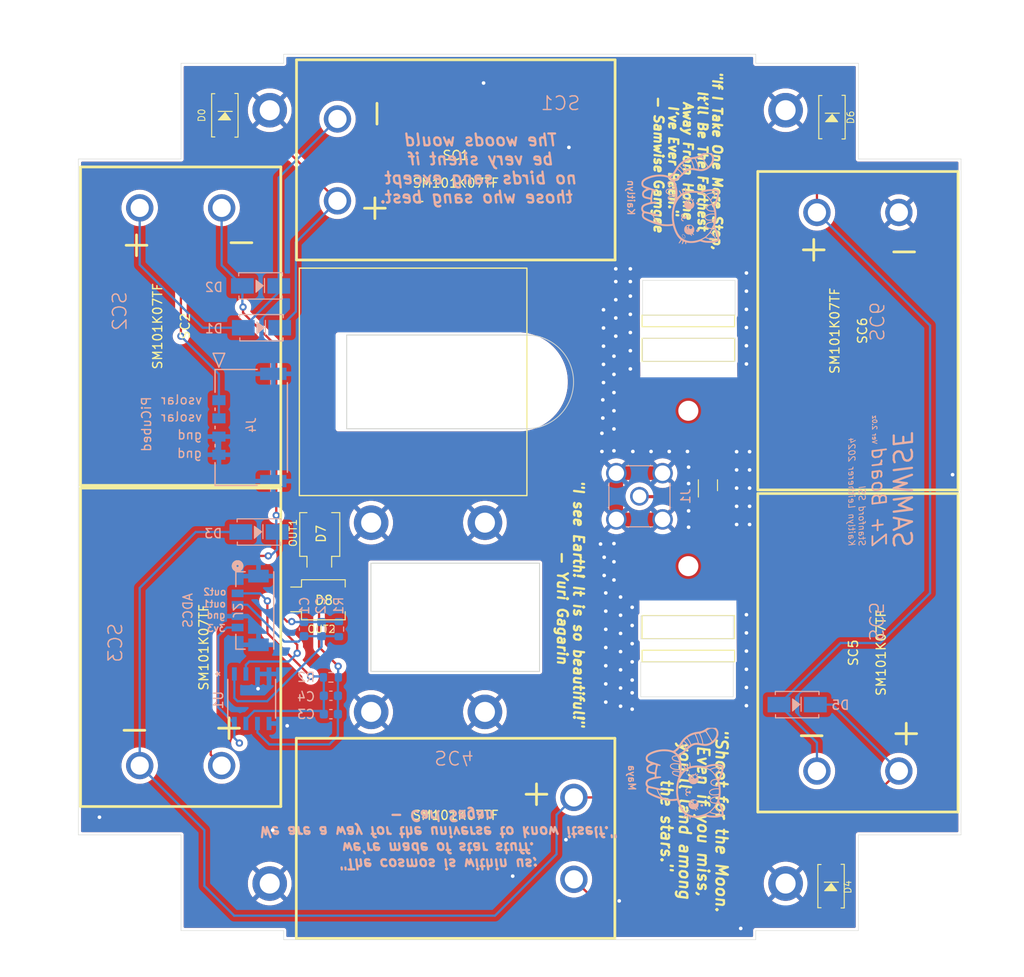
<source format=kicad_pcb>
(kicad_pcb (version 20241229) (generator "pcbnew") (generator_version "9.0")
  (title_block (title "Z+ Panel") (date "2025-04-07") (rev "2.3") (company "Stanford Student Space Initiative") (comment 1 "Kaitlyn Letherer"))
  (layers (0 "F.Cu" signal) (4 "In1.Cu" signal) (6 "In2.Cu" signal) (2 "B.Cu" signal) (13 "F.Paste" user) (15 "B.Paste" user) (5 "F.SilkS" user "F.Silkscreen") (7 "B.SilkS" user "B.Silkscreen") (1 "F.Mask" user) (3 "B.Mask" user) (25 "Edge.Cuts" user))
  (net 0 "")
  (net 1 "Net-(AE1-Pad1)")
  (net 2 "Net-(AE1-Pad2)")
  (net 3 "GND")
  (net 4 "VSOLAR")
  (net 5 "Net-(D1-A)")
  (net 6 "Net-(D2-A)")
  (net 7 "Net-(D3-A)")
  (net 8 "Net-(D4-A)")
  (net 9 "Net-(D5-A)")
  (net 11 "Net-(D0-A)")
  (net 12 "Net-(J1-In)")
  (net 13 "/OUT1")
  (net 14 "/Photodiodes and Op-Amp/IN1-")
  (net 15 "/OUT2")
  (net 16 "/Photodiodes and Op-Amp/IN2-")
  (net 17 "/3V3")
  (footprint "ssi_solarcell:SM101K07TF" (layer "F.Cu") (at 145.4 69.7 90)
    (property "Reference" "SC2")
    (property "Value" "SM101K07TF")
  )
  (footprint "MountingHole:MountingHole_2.2mm_M2_DIN965_Pad_TopBottom" (layer "F.Cu") (at 155.182 45.9656)
    (property "Reference" "H2" (hide yes))
    (property "Value" "~")
  )
  (footprint "ssi_solarcell:SM101K07TF" (layer "F.Cu") (at 175.6 126)
    (property "Reference" "SC4" (hide yes))
    (property "Value" "SM101K07TF")
  )
  (footprint "MountingHole:MountingHole_2.2mm_M2_DIN965_Pad_TopBottom" (layer "F.Cu") (at 166.325 112.1 90)
    (property "Reference" "H4" (hide yes))
    (property "Value" "~")
  )
  (footprint "MountingHole:MountingHole_2.2mm_M2_DIN965_Pad_TopBottom" (layer "F.Cu") (at 178.825 112.1)
    (property "Reference" "H8" (hide yes))
    (property "Value" "~")
  )
  (footprint "OptoDevice:Osram_SFH2430" (layer "F.Cu") (at 160.675 92.6 90)
    (property "Reference" "D7")
    (property "Value" "SFH2430" (hide yes))
  )
  (footprint "MountingHole:MountingHole_2.2mm_M2_DIN965_Pad_TopBottom" (layer "F.Cu") (at 178.825 91.3)
    (property "Reference" "H7" (hide yes))
    (property "Value" "~")
  )
  (footprint "MountingHole:MountingHole_2.2mm_M2_DIN965_Pad_TopBottom" (layer "F.Cu") (at 211.856 45.9656)
    (property "Reference" "H5" (hide yes))
    (property "Value" "~")
  )
  (footprint "ssi_diode:DO-214AC" (layer "F.Cu") (at 150.25 46.525 -90)
    (property "Reference" "D0")
    (property "Value" "CDBA240LL")
  )
  (footprint "ssi_solarcell:SM101K07TF" (layer "F.Cu") (at 175.625 51.425 180)
    (property "Reference" "SC1")
    (property "Value" "SM101K07TF")
  )
  (footprint "ssi_antenna:WPC.25A" (layer "F.Cu") (at 170.9375 75.825)
    (property "Reference" "AE2" (hide yes))
    (property "Value" "WPC.25A" (hide yes))
    (fp_line (start -7.3 -5.15) (end -7.3 5.15) (stroke (width 0.1)) (layer "Edge.Cuts"))
    (fp_line (start -7.3 -5.15) (end 12.475 -5.15) (stroke (width 0.1)) (layer "Edge.Cuts"))
    (fp_line (start -7.3 5.15) (end 12.475 5.15) (stroke (width 0.1)) (layer "Edge.Cuts"))
    (fp_arc (start 12.475 -5.15) (mid 17.627054 0) (end 12.475 5.15) (stroke (width 0.1)) (layer "Edge.Cuts"))
  )
  (footprint "ssi_solarcell:SM101K07TF" (layer "F.Cu") (at 219.8 70.2 90)
    (property "Reference" "SC6")
    (property "Value" "SM101K07TF")
  )
  (footprint "ssi_antenna:UHF_Dipole_Antenna_Mount" (layer "F.Cu") (at 199.9 87.54 90)
    (property "Reference" "AE1" (hide yes))
    (property "Value" "UHF_Dipole_Antenna")
  )
  (footprint "ssi_solarcell:SM101K07TF" (layer "F.Cu") (at 145.4 105 -90)
    (property "Reference" "SC3" (hide yes))
    (property "Value" "SM101K07TF")
  )
  (footprint "MountingHole:MountingHole_2.2mm_M2_DIN965_Pad_TopBottom" (layer "F.Cu") (at 211.856 130.9656)
    (property "Reference" "H6" (hide yes))
    (property "Value" "~")
  )
  (footprint "OptoDevice:Osram_SFH2430" (layer "F.Cu") (at 161.075 99.775)
    (property "Reference" "D8" (hide yes))
    (property "Value" "SFH2430" (hide yes))
  )
  (footprint "ssi_solarcell:SM101K07TF" (layer "F.Cu") (at 219.8 105.6 -90)
    (property "Reference" "SC5")
    (property "Value" "SM101K07TF")
  )
  (footprint "ssi_diode:DO-214AC" (layer "F.Cu") (at 216.95 46.725 -90)
    (property "Reference" "D6")
    (property "Value" "CDBA240LL")
  )
  (footprint "MountingHole:MountingHole_2.2mm_M2_DIN965_Pad_TopBottom" (layer "F.Cu") (at 155.182 130.9656)
    (property "Reference" "H1" (hide yes))
    (property "Value" "~")
  )
  (footprint "ssi_IC:HHM1589D1" (layer "F.Cu") (at 203.324 87.184 90)
    (property "Reference" "U2" (hide yes))
    (property "Value" "HHM1589D1")
  )
  (footprint "MountingHole:MountingHole_2.2mm_M2_DIN965_Pad_TopBottom" (layer "F.Cu") (at 166.325 91.3)
    (property "Reference" "H3" (hide yes))
    (property "Value" "~")
  )
  (footprint "ssi_diode:DO-214AC" (layer "F.Cu") (at 216.85 131.25 -90)
    (property "Reference" "D4")
    (property "Value" "CDBA240LL" (hide yes))
  )
  (footprint "ssi_diode:DO-214AC" (layer "B.Cu") (at 154.175 65.275 180)
    (property "Reference" "D2")
    (property "Value" "CDBA240LL")
  )
  (footprint "Capacitor_SMD:C_0603_1608Metric" (layer "B.Cu") (at 158.95 103 -90)
    (property "Reference" "C1")
    (property "Value" "1nF")
  )
  (footprint "ssi_IC:LTC2051IS8_PBF" (layer "B.Cu") (at 153.2 110.65 -90)
    (property "Reference" "U1")
    (property "Value" "LTC2051HS8")
  )
  (footprint "ssi_diode:DO-214AC" (layer "B.Cu") (at 154 92.325 180)
    (property "Reference" "D3")
    (property "Value" "CDBA240LL")
  )
  (footprint "Capacitor_SMD:C_0603_1608Metric" (layer "B.Cu") (at 161.9 112.35 180)
    (property "Reference" "C3")
    (property "Value" "1nF")
  )
  (footprint "Resistor_SMD:R_0603_1608Metric" (layer "B.Cu") (at 161.9 108.3 180)
    (property "Reference" "R2")
    (property "Value" "3.9k")
  )
  (footprint "ssi_drawings:catSilkScreen" (layer "B.Cu") (at 200.9 118.85 90)
    (property "Reference" "G***" (hide yes))
    (property "Value" "LOGO" (hide yes))
  )
  (footprint "ssi_connector:Molex_5055670431" (layer "B.Cu") (at 153.5442 100.95 90)
    (property "Reference" "J2")
    (property "Value" "Conn_01x04_MountingPin")
  )
  (footprint "ssi_diode:DO-214AC" (layer "B.Cu") (at 154.275 69.875 180)
    (property "Reference" "D1")
    (property "Value" "CDBA240LL")
  )
  (footprint "ssi_drawings:catSilkScreen" (layer "B.Cu") (at 200.425 55.675 90)
    (property "Reference" "G***" (hide yes))
    (property "Value" "LOGO" (hide yes))
  )
  (footprint "Capacitor_SMD:C_0603_1608Metric" (layer "B.Cu") (at 161.9 110.325 180)
    (property "Reference" "C4")
    (property "Value" "0.1uF")
  )
  (footprint "Capacitor_SMD:C_0603_1608Metric" (layer "B.Cu") (at 160.875 103 -90)
    (property "Reference" "C2")
    (property "Value" "0.1uF")
  )
  (footprint "ssi_diode:DO-214AC" (layer "B.Cu") (at 213.125 111.3 180)
    (property "Reference" "D5")
    (property "Value" "CDBA240LL")
  )
  (footprint "ssi_connector:Molex_205338-0004" (layer "B.Cu") (at 149.600001 77.83535 90)
    (property "Reference" "J4")
    (property "Value" "Conn_01x04_MountingPin" (hide yes))
  )
  (footprint "Resistor_SMD:R_0603_1608Metric" (layer "B.Cu") (at 162.775 103 -90)
    (property "Reference" "R1")
    (property "Value" "3.9k")
  )
  (footprint "ssi_connector:SMA_Amphenol_901-144_horizontal" (layer "B.Cu") (at 195.8 88.4 90)
    (property "Reference" "J1")
    (property "Value" "Amphenol_901-144")
  )
  (gr_line (start 171.746 56) (end 172 56) (stroke (width 0.15)) (layer "F.SilkS"))
  (gr_line (start 171.746 56) (end 171.492 56) (stroke (width 0.15)) (layer "F.SilkS"))
  (gr_line (start 219.858 40.8068) (end 208.584 40.8068) (stroke (width 0.05)) (layer "Edge.Cuts"))
  (gr_line (start 208.584 39.8068) (end 208.584 40.8068) (stroke (width 0.05)) (layer "Edge.Cuts"))
  (gr_line (start 208.584 39.8068) (end 156.712 39.8068) (stroke (width 0.05)) (layer "Edge.Cuts"))
  (gr_line (start 219.856 136.1356) (end 219.856 125.62) (stroke (width 0.05)) (layer "Edge.Cuts"))
  (gr_line (start 156.712 40.8068) (end 145.438 40.8068) (stroke (width 0.05)) (layer "Edge.Cuts"))
  (gr_line (start 145.438 51.3224) (end 134.164 51.3224) (stroke (width 0.05)) (layer "Edge.Cuts"))
  (gr_line (start 196.149035 71.024) (end 196.149035 73.564) (stroke (width 0.05)) (layer "Edge.Cuts"))
  (gr_line (start 219.858 51.3224) (end 219.858 40.8068) (stroke (width 0.05)) (layer "Edge.Cuts"))
  (gr_line (start 206.109035 101.544) (end 206.109035 104.084) (stroke (width 0.05)) (layer "Edge.Cuts"))
  (gr_line (start 206.109035 104.084) (end 195.949035 104.084) (stroke (width 0.05)) (layer "Edge.Cuts"))
  (gr_line (start 206.104 106.624) (end 195.944 106.624) (stroke (width 0.05)) (layer "Edge.Cuts"))
  (gr_line (start 206.304 68.484) (end 206.304 64.674) (stroke (width 0.05)) (layer "Edge.Cuts"))
  (gr_line (start 196.144 64.674) (end 196.144 68.484) (stroke (width 0.05)) (layer "Edge.Cuts"))
  (gr_line (start 195.949035 101.544) (end 206.109035 101.544) (stroke (width 0.05)) (layer "Edge.Cuts"))
  (gr_line (start 231.13 125.62) (end 219.856 125.62) (stroke (width 0.05)) (layer "Edge.Cuts"))
  (gr_line (start 145.436 125.62) (end 134.162 125.62) (stroke (width 0.05)) (layer "Edge.Cuts"))
  (gr_line (start 206.309035 73.564) (end 206.309035 71.024) (stroke (width 0.05)) (layer "Edge.Cuts"))
  (gr_line (start 145.438 51.3224) (end 145.438 40.8068) (stroke (width 0.05)) (layer "Edge.Cuts"))
  (gr_line (start 195.944 110.434) (end 206.104 110.434) (stroke (width 0.05)) (layer "Edge.Cuts"))
  (gr_line (start 206.304 64.674) (end 196.144 64.674) (stroke (width 0.05)) (layer "Edge.Cuts"))
  (gr_line (start 156.71 137.1356) (end 156.71 136.1356) (stroke (width 0.05)) (layer "Edge.Cuts"))
  (gr_line (start 134.164 51.3224) (end 134.162 125.62) (stroke (width 0.05)) (layer "Edge.Cuts"))
  (gr_line (start 156.71 136.1356) (end 145.436 136.1356) (stroke (width 0.05)) (layer "Edge.Cuts"))
  (gr_line (start 219.856 136.1356) (end 208.582 136.1356) (stroke (width 0.05)) (layer "Edge.Cuts"))
  (gr_line (start 195.944 106.624) (end 195.944 110.434) (stroke (width 0.05)) (layer "Edge.Cuts"))
  (gr_line (start 208.582 137.1356) (end 156.71 137.1356) (stroke (width 0.05)) (layer "Edge.Cuts"))
  (gr_line (start 231.13 125.62) (end 231.132 51.3224) (stroke (width 0.05)) (layer "Edge.Cuts"))
  (gr_line (start 195.949035 104.084) (end 195.949035 101.544) (stroke (width 0.05)) (layer "Edge.Cuts"))
  (gr_line (start 231.132 51.3224) (end 219.858 51.3224) (stroke (width 0.05)) (layer "Edge.Cuts"))
  (gr_line (start 156.712 40.8068) (end 156.712 39.8068) (stroke (width 0.05)) (layer "Edge.Cuts"))
  (gr_line (start 206.309035 71.024) (end 196.149035 71.024) (stroke (width 0.05)) (layer "Edge.Cuts"))
  (gr_line (start 196.144 68.484) (end 206.304 68.484) (stroke (width 0.05)) (layer "Edge.Cuts"))
  (gr_line (start 208.582 136.1356) (end 208.582 137.1356) (stroke (width 0.05)) (layer "Edge.Cuts"))
  (gr_line (start 196.149035 73.564) (end 206.309035 73.564) (stroke (width 0.05)) (layer "Edge.Cuts"))
  (gr_line (start 145.436 136.1356) (end 145.436 125.62) (stroke (width 0.05)) (layer "Edge.Cuts"))
  (gr_line (start 206.104 110.434) (end 206.104 106.624) (stroke (width 0.05)) (layer "Edge.Cuts"))
  (gr_rect (start 166.3 95.75) (end 184.825 107.65) (stroke (width 0.1)) (fill no) (layer "Edge.Cuts"))
  (gr_text "{dblquote}Shoot for the Moon. \nEven if you miss, \nyou'll land among \nthe stars.{dblquote}" (at 201.8 124.575 270) (layer "F.SilkS") (effects (font (size 1.25 1.25) (thickness 0.25) (italic yes))))
  (gr_text "{dblquote}I see Earth! It is so beautiful!{dblquote} \n- Yuri Gagarin" (at 188.225 100.675 270) (layer "F.SilkS") (effects (font (size 1.1 1.1) (thickness 0.25) (italic yes))))
  (gr_text "OUT2" (at 160.875 103 0) (layer "F.SilkS") (effects (font (size 0.8 0.8) (thickness 0.12))))
  (gr_text "{dblquote}If I Take One More Step, \nIt'll Be The Farthest \nAway From Home \nI've Ever Been.{dblquote} \n- Samwise Gamgee" (at 201.125 51.925 270) (layer "F.SilkS") (effects (font (size 1 1) (thickness 0.25) (italic yes))))
  (gr_text "OUT1\n" (at 157.75 92.425 90) (layer "F.SilkS") (effects (font (size 0.8 0.8) (thickness 0.12))))
  (gr_text "SC4" (at 175.425 117.125 180) (layer "B.SilkS") (effects (font (size 1.5 1.5)) (justify mirror)))
  (gr_text "Z+ Board" (at 222.075 88.525 -90) (layer "B.SilkS") (effects (font (size 1.5 1.5) (thickness 0.2) (italic yes)) (justify mirror)))
  (gr_text "gnd" (at 150.4 101.9 0) (layer "B.SilkS") (effects (font (size 0.75 0.75)) (justify left bottom mirror)))
  (gr_text "3v3" (at 150.4 103.35 0) (layer "B.SilkS") (effects (font (size 0.75 0.75)) (justify left bottom mirror)))
  (gr_text "vsolar" (at 147.85 80.25 0) (layer "B.SilkS") (effects (font (size 1 1)) (justify left bottom mirror)))
  (gr_text "{dblquote}The cosmos is within us; \nwe're made of star stuff. \nWe are a way for the universe to know itself.{dblquote} \n- Carl Sagan\n" (at 174.075 126.15 180) (layer "B.SilkS") (effects (font (size 1.1 1.1) (thickness 0.25) (italic yes)) (justify mirror)))
  (gr_text "SAMWISE" (at 224.65 87.75 -90) (layer "B.SilkS") (effects (font (size 2 2) (thickness 0.25) (italic yes)) (justify mirror)))
  (gr_text "SC6" (at 221.825 69.2 270) (layer "B.SilkS") (effects (font (size 1.5 1.5)) (justify mirror)))
  (gr_text "SC5" (at 221.775 102.175 270) (layer "B.SilkS") (effects (font (size 1.5 1.5)) (justify mirror)))
  (gr_text "Kaitlyn" (at 194.425 57.6 270) (layer "B.SilkS") (effects (font (size 0.75 0.75)) (justify left bottom mirror)))
  (gr_text "vsolar" (at 147.85 78.375 0) (layer "B.SilkS") (effects (font (size 1 1)) (justify left bottom mirror)))
  (gr_text "gnd" (at 147.85 82.225 0) (layer "B.SilkS") (effects (font (size 1 1)) (justify left bottom mirror)))
  (gr_text "Maya" (at 194.525 120.825 270) (layer "B.SilkS") (effects (font (size 0.75 0.75)) (justify left bottom mirror)))
  (gr_text "Stanford SSI \nKaitlyn Leitherer 2024" (at 219.675 93.975 -90) (layer "B.SilkS") (effects (font (size 0.7 0.7) (thickness 0.1) (italic yes)) (justify left mirror)))
  (gr_text "SC2" (at 138.7 68.05 90) (layer "B.SilkS") (effects (font (size 1.5 1.5)) (justify mirror)))
  (gr_text "gnd" (at 147.825 84.25 0) (layer "B.SilkS") (effects (font (size 1 1)) (justify left bottom mirror)))
  (gr_text "PiCubed" (at 142.225 77.35 90) (layer "B.SilkS") (effects (font (size 1 1)) (justify left bottom mirror)))
  (gr_text "SC1" (at 187.125 45.2 0) (layer "B.SilkS") (effects (font (size 1.5 1.5)) (justify mirror)))
  (gr_text "out2" (at 150.5 99.35 0) (layer "B.SilkS") (effects (font (size 0.75 0.75)) (justify left bottom mirror)))
  (gr_text "out1" (at 150.45 100.675 0) (layer "B.SilkS") (effects (font (size 0.75 0.75)) (justify left bottom mirror)))
  (gr_text "ADCS" (at 146.775 98.95 90) (layer "B.SilkS") (effects (font (size 1 1)) (justify left bottom mirror)))
  (gr_text "SC3" (at 138.225 104.5 90) (layer "B.SilkS") (effects (font (size 1.5 1.5)) (justify mirror)))
  (gr_text "The woods would \nbe very silent if \nno birds sang except \nthose who sang best." (at 177.925 52.375 0) (layer "B.SilkS") (effects (font (size 1.3 1.3) (thickness 0.25) (italic yes)) (justify mirror)))
  (gr_text "Ver 2.0z" (at 221.625 81.075 -90) (layer "B.SilkS") (effects (font (size 0.5 0.5) (thickness 0.1)) (justify mirror)))
  (segment (start 201.17 96.08) (end 203.974 93.276) (width 0.3424) (layer "F.Cu") (net 1))
  (segment (start 203.974 93.276) (end 203.974 88.084) (width 0.3424) (layer "F.Cu") (net 1))
  (segment (start 203.974 81.804) (end 201.17 79) (width 0.3424) (layer "F.Cu") (net 2))
  (segment (start 203.974 86.284) (end 203.974 81.804) (width 0.3424) (layer "F.Cu") (net 2))
  (segment (start 193.26 90.94) (end 198.34 90.94) (width 1.5) (layer "F.Cu") (net 3))
  (segment (start 216.95 48.725) (end 216.95 49.85) (width 0.3424) (layer "F.Cu") (net 3))
  (segment (start 193.26 85.86) (end 193.26 90.94) (width 1.5) (layer "F.Cu") (net 3))
  (segment (start 198.34 85.86) (end 193.26 85.86) (width 1.5) (layer "F.Cu") (net 3))
  (segment (start 203.324 86.284) (end 203.324 85.5166) (width 0.3424) (layer "F.Cu") (net 3))
  (segment (start 203.0074 85.2) (end 201.2 85.2) (width 0.3424) (layer "F.Cu") (net 3))
  (segment (start 203.324 85.5166) (end 203.0074 85.2) (width 0.3424) (layer "F.Cu") (net 3))
  (segment (start 203.324 86.284) (end 203.324 88.084) (width 0.3424) (layer "F.Cu") (net 3))
  (via (at 193.725 107.475) (size 0.8) (drill 0.4) (layers "F.Cu" "B.Cu") (net 3))
  (via (at 206.475 87.5) (size 0.8) (drill 0.4) (layers "F.Cu" "B.Cu") (net 3))
  (via (at 201.2 91.8) (size 0.8) (drill 0.4) (layers "F.Cu" "B.Cu") (net 3))
  (via (at 193 79) (size 0.8) (drill 0.4) (layers "F.Cu" "B.Cu") (net 3))
  (via (at 201.2 87) (size 0.8) (drill 0.4) (layers "F.Cu" "B.Cu") (net 3))
  (via (at 193.2 68.8) (size 0.8) (drill 0.4) (layers "F.Cu" "B.Cu") (net 3))
  (via (at 193.725 99.475) (size 0.8) (drill 0.4) (layers "F.Cu" "B.Cu") (net 3))
  (via (at 230.2 86.025) (size 0.8) (drill 0.4) (layers "F.Cu" "B.Cu") (net 3))
  (via (at 192.1 105.025) (size 0.8) (drill 0.4) (layers "F.Cu" "B.Cu") (net 3))
  (via (at 201.2 85.2) (size 0.8) (drill 0.4) (layers "F.Cu" "B.Cu") (net 3))
  (via (at 207.552 109.416) (size 0.8) (drill 0.4) (layers "F.Cu" "B.Cu") (net 3))
  (via (at 207.552 111.416) (size 0.8) (drill 0.4) (layers "F.Cu" "B.Cu") (net 3))
  (via (at 153.9 109.55) (size 0.8) (drill 0.4) (layers "F.Cu" "B.Cu") (net 3))
  (via (at 195 100.6) (size 0.8) (drill 0.4) (layers "F.Cu" "B.Cu") (net 3))
  (via (at 207.552 69.856) (size 0.8) (drill 0.4) (layers "F.Cu" "B.Cu") (net 3))
  (via (at 192.1 103.025) (size 0.8) (drill 0.4) (layers "F.Cu" "B.Cu") (net 3))
  (via (at 195 104.6) (size 0.8) (drill 0.4) (layers "F.Cu" "B.Cu") (net 3))
  (via (at 194.8 70.4) (size 0.8) (drill 0.4) (layers "F.Cu" "B.Cu") (net 3))
  (via (at 207.552 67.856) (size 0.8) (drill 0.4) (layers "F.Cu" "B.Cu") (net 3))
  (via (at 192.1 107.025) (size 0.8) (drill 0.4) (layers "F.Cu" "B.Cu") (net 3))
  (via (at 207.552 107.416) (size 0.8) (drill 0.4) (layers "F.Cu" "B.Cu") (net 3))
  (via (at 193.2 70.8) (size 0.8) (drill 0.4) (layers "F.Cu" "B.Cu") (net 3))
  (via (at 201.2 90) (size 0.8) (drill 0.4) (layers "F.Cu" "B.Cu") (net 3))
  (via (at 207.552 103.416) (size 0.8) (drill 0.4) (layers "F.Cu" "B.Cu") (net 3))
  (via (at 193.725 111.475) (size 0.8) (drill 0.4) (layers "F.Cu" "B.Cu") (net 3))
  (via (at 191.85 67.9) (size 0.8) (drill 0.4) (layers "F.Cu" "B.Cu") (net 3))
  (via (at 194.8 66.4) (size 0.8) (drill 0.4) (layers "F.Cu" "B.Cu") (net 3))
  (via (at 193.2 64.8) (size 0.8) (drill 0.4) (layers "F.Cu" "B.Cu") (net 3))
  (via (at 192.1 111.025) (size 0.8) (drill 0.4) (layers "F.Cu" "B.Cu") (net 3))
  (via (at 207.9 85.5) (size 0.8) (drill 0.4) (layers "F.Cu" "B.Cu") (net 3))
  (via (at 194.8 64.8) (size 0.8) (drill 0.4) (layers "F.Cu" "B.Cu") (net 3))
  (via (at 195 110) (size 0.8) (drill 0.4) (layers "F.Cu" "B.Cu") (net 3))
  (via (at 206.475 85.5) (size 0.8) (drill 0.4) (layers "F.Cu" "B.Cu") (net 3))
  (via (at 207.9 91.5) (size 0.8) (drill 0.4) (layers "F.Cu" "B.Cu") (net 3))
  (via (at 192.1 101.025) (size 0.8) (drill 0.4) (layers "F.Cu" "B.Cu") (net 3))
  (via (at 191.675 81.475) (size 0.8) (drill 0.4) (layers "F.Cu" "B.Cu") (net 3))
  (via (at 194.8 63.4) (size 0.8) (drill 0.4) (layers "F.Cu" "B.Cu") (net 3))
  (via (at 193 81) (size 0.8) (drill 0.4) (layers "F.Cu" "B.Cu") (net 3))
  (via (at 193 97.6) (size 0.8) (drill 0.4) (layers "F.Cu" "B.Cu") (net 3))
  (via (at 191.85 75.9) (size 0.8) (drill 0.4) (layers "F.Cu" "B.Cu") (net 3))
  (via (at 191.85 69.9) (size 0.8) (drill 0.4) (layers "F.Cu" "B.Cu") (net 3))
  (via (at 193 83.4) (size 0.8) (drill 0.4) (layers "F.Cu" "B.Cu") (net 3))
  (via (at 193.725 109.475) (size 0.8) (drill 0.4) (layers "F.Cu" "B.Cu") (net 3))
  (via (at 192.1 99.025) (size 0.8) (drill 0.4) (layers "F.Cu" "B.Cu") (net 3))
  (via (at 191.925 97.1) (size 0.8) (drill 0.4) (layers "F.Cu" "B.Cu") (net 3))
  (via (at 199.074 83.476) (size 0.8) (drill 0.4) (layers "F.Cu" "B.Cu") (net 3))
  (via (at 207.552 73.856) (size 0.8) (drill 0.4) (layers "F.Cu" "B.Cu") (net 3))
  (via (at 195 102.6) (size 0.8) (drill 0.4) (layers "F.Cu" "B.Cu") (net 3))
  (via (at 178.675 42.975) (size 0.8) (drill 0.4) (layers "F.Cu" "B.Cu") (net 3))
  (via (at 206.475 83.5) (size 0.8) (drill 0.4) (layers "F.Cu" "B.Cu") (net 3))
  (via (at 181.875 130.15) (size 0.8) (drill 0.4) (layers "F.Cu" "B.Cu") (net 3))
  (via (at 193 93.6) (size 0.8) (drill 0.4) (layers "F.Cu" "B.Cu") (net 3))
  (via (at 207.552 105.416) (size 0.8) (drill 0.4) (layers "F.Cu" "B.Cu") (net 3))
  (via (at 194.8 72.4) (size 0.8) (drill 0.4) (layers "F.Cu" "B.Cu") (net 3))
  (via (at 207.552 71.856) (size 0.8) (drill 0.4) (layers "F.Cu" "B.Cu") (net 3))
  (via (at 188.05 50.05) (size 0.8) (drill 0.4) (layers "F.Cu" "B.Cu") (net 3))
  (via (at 136.475 123.675) (size 0.8) (drill 0.4) (layers "F.Cu" "B.Cu") (net 3))
  (via (at 193 75) (size 0.8) (drill 0.4) (layers "F.Cu" "B.Cu") (net 3))
  (via (at 206.475 89.5) (size 0.8) (drill 0.4) (layers "F.Cu" "B.Cu") (net 3))
  (via (at 195 111.8) (size 0.8) (drill 0.4) (layers "F.Cu" "B.Cu") (net 3))
  (via (at 193 73) (size 0.8) (drill 0.4) (layers "F.Cu" "B.Cu") (net 3))
  (via (at 191.675 83.475) (size 0.8) (drill 0.4) (layers "F.Cu" "B.Cu") (net 3))
  (via (at 191.775 77.8) (size 0.8) (drill 0.4) (layers "F.Cu" "B.Cu") (net 3))
  (via (at 206.475 91.5) (size 0.8) (drill 0.4) (layers "F.Cu" "B.Cu") (net 3))
  (via (at 193 95.6) (size 0.8) (drill 0.4) (layers "F.Cu" "B.Cu") (net 3))
  (via (at 193.2 66.8) (size 0.8) (drill 0.4) (layers "F.Cu" "B.Cu") (net 3))
  (via (at 191.925 95.1) (size 0.8) (drill 0.4) (layers "F.Cu" "B.Cu") (net 3))
  (via (at 191.775 79.8) (size 0.8) (drill 0.4) (layers "F.Cu" "B.Cu") (net 3))
  (via (at 195 106.6) (size 0.8) (drill 0.4) (layers "F.Cu" "B.Cu") (net 3))
  (via (at 207.552 101.416) (size 0.8) (drill 0.4) (layers "F.Cu" "B.Cu") (net 3))
  (via (at 193.725 105.475) (size 0.8) (drill 0.4) (layers "F.Cu" "B.Cu") (net 3))
  (via (at 155.5 125.1) (size 0.8) (drill 0.4) (layers "F.Cu" "B.Cu") (net 3))
  (via (at 197.074 83.476) (size 0.8) (drill 0.4) (layers "F.Cu" "B.Cu") (net 3))
  (via (at 193.2 63.4) (size 0.8) (drill 0.4) (layers "F.Cu" "B.Cu") (net 3))
  (via (at 192.1 109.025) (size 0.8) (drill 0.4) (layers "F.Cu" "B.Cu") (net 3))
  (via (at 191.85 71.9) (size 0.8) (drill 0.4) (layers "F.Cu" "B.Cu") (net 3))
  (via (at 206.925 135.9) (size 0.8) (drill 0.4) (layers "F.Cu" "B.Cu") (net 3))
  (via (at 193.575 132.875) (size 0.8) (drill 0.4) (layers "F.Cu" "B.Cu") (net 3))
  (via (at 207.552 63.856) (size 0.8) (drill 0.4) (layers "F.Cu" "B.Cu") (net 3))
  (via (at 191.85 73.9) (size 0.8) (drill 0.4) (layers "F.Cu" "B.Cu") (net 3))
  (via (at 195 108.6) (size 0.8) (drill 0.4) (layers "F.Cu" "B.Cu") (net 3))
  (via (at 207.552 65.856) (size 0.8) (drill 0.4) (layers "F.Cu" "B.Cu") (net 3))
  (via (at 157.1 113.625) (size 0.8) (drill 0.4) (layers "F.Cu" "B.Cu") (net 3))
  (via (at 193.725 101.475) (size 0.8) (drill 0.4) (layers "F.Cu" "B.Cu") (net 3))
  (via (at 193.725 103.475) (size 0.8) (drill 0.4) (layers "F.Cu" "B.Cu") (net 3))
  (via (at 207.9 87.5) (size 0.8) (drill 0.4) (layers "F.Cu" "B.Cu") (net 3))
  (via (at 207.9 83.5) (size 0.8) (drill 0.4) (layers "F.Cu" "B.Cu") (net 3))
  (via (at 207.9 89.5) (size 0.8) (drill 0.4) (layers "F.Cu" "B.Cu") (net 3))
  (via (at 187.725 126.15) (size 0.8) (drill 0.4) (layers "F.Cu" "B.Cu") (net 3))
  (via (at 194.8 68.4) (size 0.8) (drill 0.4) (layers "F.Cu" "B.Cu") (net 3))
  (via (at 191.525 93.65) (size 0.8) (drill 0.4) (layers "F.Cu" "B.Cu") (net 3))
  (via (at 195.074 83.476) (size 0.8) (drill 0.4) (layers "F.Cu" "B.Cu") (net 3))
  (via (at 201.074 83.476) (size 0.8) (drill 0.4) (layers "F.Cu" "B.Cu") (net 3))
  (via (at 193 77) (size 0.8) (drill 0.4) (layers "F.Cu" "B.Cu") (net 3))
  (via (at 194.8 74.4) (size 0.8) (drill 0.4) (layers "F.Cu" "B.Cu") (net 3))
  (segment (start 153.835 109.485) (end 153.9 109.55) (width 0.3424) (layer "B.Cu") (net 3))
  (segment (start 155.105 107.92585) (end 153.835 107.92585) (width 0.3424) (layer "B.Cu") (net 3))
  (segment (start 156.84915 113.37415) (end 157.1 113.625) (width 0.3424) (layer "B.Cu") (net 3))
  (segment (start 149.325001 81.519998) (end 149.325001 83.519999) (width 0.3424) (layer "B.Cu") (net 3))
  (segment (start 155.105 113.37415) (end 156.84915 113.37415) (width 0.3424) (layer "B.Cu") (net 3))
  (segment (start 153.835 107.92585) (end 153.835 109.485) (width 0.3424) (layer "B.Cu") (net 3))
  (segment (start 146.825 46.65) (end 148.95 44.525) (width 0.25) (layer "F.Cu") (net 4))
  (segment (start 146.825 64.1) (end 146.825 46.65) (width 0.25) (layer "F.Cu") (net 4))
  (segment (start 145.425 70.8) (end 145.425 65.5) (width 0.25) (layer "F.Cu") (net 4))
  (segment (start 145.425 65.5) (end 146.825 64.1) (width 0.25) (layer "F.Cu") (net 4))
  (segment (start 148.95 44.525) (end 150.25 44.525) (width 0.25) (layer "F.Cu") (net 4))
  (via (at 145.425 70.8) (size 0.8) (drill 0.4) (layers "F.Cu" "B.Cu") (net 4))
  (segment (start 149.600001 74.975001) (end 145.425 70.8) (width 0.25) (layer "B.Cu") (net 4))
  (segment (start 149.600001 77.83535) (end 149.600001 74.975001) (width 0.25) (layer "B.Cu") (net 4))
  (segment (start 149.600001 77.83535) (end 149.600001 79.835351) (width 0.25) (layer "B.Cu") (net 4))
  (segment (start 156.175 65.975) (end 156.175 65.275) (width 0.25) (layer "B.Cu") (net 5))
  (segment (start 152.275 69.875) (end 156.175 65.975) (width 0.25) (layer "B.Cu") (net 5))
  (segment (start 162.625 46.925) (end 156.175 53.375) (width 0.25) (layer "B.Cu") (net 5))
  (segment (start 140.9 62.95) (end 147.825 69.875) (width 0.25) (layer "B.Cu") (net 5))
  (segment (start 140.9 56.7) (end 140.9 62.95) (width 0.25) (layer "B.Cu") (net 5))
  (segment (start 147.825 69.875) (end 152.275 69.875) (width 0.25) (layer "B.Cu") (net 5))
  (segment (start 156.175 53.375) (end 156.175 65.275) (width 0.25) (layer "B.Cu") (net 5))
  (segment (start 151.35 94.95) (end 148.7 97.6) (width 0.25) (layer "F.Cu") (net 6))
  (segment (start 155.025 94.95) (end 151.35 94.95) (width 0.25) (layer "F.Cu") (net 6))
  (segment (start 148.7 116.8) (end 149.9 118) (width 0.25) (layer "F.Cu") (net 6))
  (segment (start 148.7 97.6) (end 148.7 116.8) (width 0.25) (layer "F.Cu") (net 6))
  (segment (start 155.9 71.875) (end 155.9 90.5) (width 0.25) (layer "F.Cu") (net 6))
  (segment (start 152.25 67.6) (end 152.25 68.225) (width 0.25) (layer "F.Cu") (net 6))
  (segment (start 152.25 68.225) (end 155.9 71.875) (width 0.25) (layer "F.Cu") (net 6))
  (via (at 155.025 94.95) (size 0.8) (drill 0.4) (layers "F.Cu" "B.Cu") (net 6))
  (via (at 155.9 90.5) (size 0.8) (drill 0.4) (layers "F.Cu" "B.Cu") (net 6))
  (via (at 152.25 67.6) (size 0.8) (drill 0.4) (layers "F.Cu" "B.Cu") (net 6))
  (segment (start 152.175 67.525) (end 152.25 67.6) (width 0.25) (layer "B.Cu") (net 6))
  (segment (start 149.9 56.7) (end 150.2 56.7) (width 0.25) (layer "B.Cu") (net 6))
  (segment (start 149.9 63) (end 152.175 65.275) (width 0.25) (layer "B.Cu") (net 6))
  (segment (start 150.2 56.7) (end 150.325 56.575) (width 0.25) (layer "B.Cu") (net 6))
  (segment (start 152.175 65.275) (end 152.175 67.525) (width 0.25) (layer "B.Cu") (net 6))
  (segment (start 156 92.325) (end 156 94.225) (width 0.25) (layer "B.Cu") (net 6))
  (segment (start 156 94.225) (end 155.025 95.2) (width 0.25) (layer "B.Cu") (net 6))
  (segment (start 155.025 95.2) (end 155.025 94.95) (width 0.25) (layer "B.Cu") (net 6))
  (segment (start 155.9 92.225) (end 156 92.325) (width 0.25) (layer "B.Cu") (net 6))
  (segment (start 155.9 90.5) (end 155.9 92.225) (width 0.25) (layer "B.Cu") (net 6))
  (segment (start 149.9 56.7) (end 149.9 63) (width 0.25) (layer "B.Cu") (net 6))
  (segment (start 215.225 127.625) (end 198.425 127.625) (width 0.25) (layer "F.Cu") (net 7))
  (segment (start 216.85 129.25) (end 215.225 127.625) (width 0.25) (layer "F.Cu") (net 7))
  (segment (start 192.3 121.5) (end 188.6 121.5) (width 0.25) (layer "F.Cu") (net 7))
  (segment (start 198.425 127.625) (end 192.3 121.5) (width 0.25) (layer "F.Cu") (net 7))
  (segment (start 140.9 118) (end 148 125.1) (width 0.25) (layer "B.Cu") (net 7))
  (segment (start 148 125.1) (end 148 131.225) (width 0.25) (layer "B.Cu") (net 7))
  (segment (start 186.692 127.733) (end 186.692 123.408) (width 0.25) (layer "B.Cu") (net 7))
  (segment (start 147.05 92.325) (end 140.9 98.475) (width 0.25) (layer "B.Cu") (net 7))
  (segment (start 179.925 134.5) (end 186.692 127.733) (width 0.25) (layer "B.Cu") (net 7))
  (segment (start 152 92.325) (end 147.05 92.325) (width 0.25) (layer "B.Cu") (net 7))
  (segment (start 186.692 123.408) (end 188.6 121.5) (width 0.25) (layer "B.Cu") (net 7))
  (segment (start 148 131.225) (end 151.275 134.5) (width 0.25) (layer "B.Cu") (net 7))
  (segment (start 151.275 134.5) (end 179.925 134.5) (width 0.25) (layer "B.Cu") (net 7))
  (segment (start 140.9 98.475) (end 140.9 118) (width 0.25) (layer "B.Cu") (net 7))
  (segment (start 218.6 124.3) (end 224.3 118.6) (width 0.25) (layer "F.Cu") (net 8))
  (segment (start 216.192 133.908) (end 192.008 133.908) (width 0.25) (layer "F.Cu") (net 8))
  (segment (start 216.85 133.25) (end 216.192 133.908) (width 0.25) (layer "F.Cu") (net 8))
  (segment (start 192.008 133.908) (end 188.6 130.5) (width 0.25) (layer "F.Cu") (net 8))
  (segment (start 218.6 131.5) (end 218.6 124.3) (width 0.25) (layer "F.Cu") (net 8))
  (segment (start 216.85 133.25) (end 218.6 131.5) (width 0.25) (layer "F.Cu") (net 8))
  (segment (start 217 111.3) (end 224.3 118.6) (width 0.25) (layer "B.Cu") (net 8))
  (segment (start 215.125 111.3) (end 217 111.3) (width 0.25) (layer "B.Cu") (net 8))
  (segment (start 216.95 44.725) (end 215.3 46.375) (width 0.25) (layer "F.Cu") (net 9))
  (segment (start 215.3 46.375) (end 215.3 57.2) (width 0.25) (layer "F.Cu") (net 9))
  (segment (start 215.3 115.475) (end 211.125 111.3) (width 0.25) (layer "B.Cu") (net 9))
  (segment (start 215.3 57.2) (end 227.725 69.625) (width 0.25) (layer "B.Cu") (net 9))
  (segment (start 227.725 69.625) (end 227.725 99.05) (width 0.25) (layer "B.Cu") (net 9))
  (segment (start 227.725 99.05) (end 222.25 104.525) (width 0.25) (layer "B.Cu") (net 9))
  (segment (start 215.3 118.6) (end 215.3 115.475) (width 0.25) (layer "B.Cu") (net 9))
  (segment (start 222.25 104.525) (end 217.9 104.525) (width 0.25) (layer "B.Cu") (net 9))
  (segment (start 217.9 104.525) (end 211.125 111.3) (width 0.25) (layer "B.Cu") (net 9))
  (segment (start 150.25 48.525) (end 152.075 48.525) (width 0.25) (layer "F.Cu") (net 11))
  (segment (start 154.4 50.85) (end 157.55 50.85) (width 0.25) (layer "F.Cu") (net 11))
  (segment (start 157.55 50.85) (end 162.625 55.925) (width 0.25) (layer "F.Cu") (net 11))
  (segment (start 152.075 48.525) (end 154.4 50.85) (width 0.25) (layer "F.Cu") (net 11))
  (segment (start 158.05 68.1) (end 156.275 69.875) (width 0.25) (layer "B.Cu") (net 11))
  (segment (start 158.05 60.5) (end 158.05 68.1) (width 0.25) (layer "B.Cu") (net 11))
  (segment (start 162.625 55.925) (end 158.05 60.5) (width 0.25) (layer "B.Cu") (net 11))
  (segment (start 202.552 88.44) (end 195.84 88.44) (width 0.3424) (layer "F.Cu") (net 12))
  (segment (start 195.84 88.44) (end 195.8 88.4) (width 0.25) (layer "F.Cu") (net 12))
  (segment (start 151.295 110.57) (end 151.295 107.92585) (width 0.25) (layer "B.Cu") (net 13))
  (segment (start 160.875 104.95) (end 154.9 110.925) (width 0.25) (layer "B.Cu") (net 13))
  (segment (start 160.875 103.775) (end 160.875 104.95) (width 0.25) (layer "B.Cu") (net 13))
  (segment (start 152.7328 100.325) (end 156.7828 104.375) (width 0.25) (layer "B.Cu") (net 13))
  (segment (start 158.35 104.375) (end 158.95 103.775) (width 0.25) (layer "B.Cu") (net 13))
  (segment (start 156.7828 104.375) (end 158.35 104.375) (width 0.25) (layer "B.Cu") (net 13))
  (segment (start 160.875 103.775) (end 162.725 103.775) (width 0.25) (layer "B.Cu") (net 13))
  (segment (start 151.65 100.325) (end 152.7328 100.325) (width 0.25) (layer "B.Cu") (net 13))
  (segment (start 151.65 110.925) (end 151.295 110.57) (width 0.25) (layer "B.Cu") (net 13))
  (segment (start 154.9 110.925) (end 151.65 110.925) (width 0.25) (layer "B.Cu") (net 13))
  (segment (start 162.725 103.775) (end 162.775 103.825) (width 0.25) (layer "B.Cu") (net 13))
  (segment (start 158.95 103.775) (end 160.875 103.775) (width 0.25) (layer "B.Cu") (net 13))
  (segment (start 157.6 102.175) (end 157.1 102.175) (width 0.25) (layer "F.Cu") (net 14))
  (segment (start 158.125 95.65) (end 156.2 97.575) (width 0.25) (layer "F.Cu") (net 14))
  (segment (start 157.1 102.175) (end 156.2 101.275) (width 0.25) (layer "F.Cu") (net 14))
  (segment (start 158.2 104.725) (end 156.2 102.725) (width 0.25) (layer "F.Cu") (net 14))
  (segment (start 156.2 97.575) (end 156.2 101.275) (width 0.25) (layer "F.Cu") (net 14))
  (segment (start 158.2 105.65) (end 158.2 104.725) (width 0.25) (layer "F.Cu") (net 14))
  (segment (start 160.675 95.65) (end 158.125 95.65) (width 0.25) (layer "F.Cu") (net 14))
  (segment (start 156.2 102.725) (end 156.2 101.275) (width 0.25) (layer "F.Cu") (net 14))
  (via (at 157.6 102.175) (size 0.8) (drill 0.4) (layers "F.Cu" "B.Cu") (net 14))
  (via (at 158.2 105.65) (size 0.8) (drill 0.4) (layers "F.Cu" "B.Cu") (net 14))
  (segment (start 160.925 102.175) (end 160.875 102.225) (width 0.25) (layer "B.Cu") (net 14))
  (segment (start 158.95 102.225) (end 157.65 102.225) (width 0.25) (layer "B.Cu") (net 14))
  (segment (start 152.9353 106.5626) (end 152.565 106.9329) (width 0.25) (layer "B.Cu") (net 14))
  (segment (start 158.2 105.65) (end 157.2874 106.5626) (width 0.25) (layer "B.Cu") (net 14))
  (segment (start 162.775 102.175) (end 160.925 102.175) (width 0.25) (layer "B.Cu") (net 14))
  (segment (start 152.565 106.9329) (end 152.565 107.92585) (width 0.25) (layer "B.Cu") (net 14))
  (segment (start 160.875 102.225) (end 158.95 102.225) (width 0.25) (layer "B.Cu") (net 14))
  (segment (start 157.2874 106.5626) (end 152.9353 106.5626) (width 0.25) (layer "B.Cu") (net 14))
  (segment (start 157.65 102.225) (end 157.6 102.175) (width 0.25) (layer "B.Cu") (net 14))
  (segment (start 154.925 99.9) (end 154.925 103.45) (width 0.25) (layer "F.Cu") (net 15))
  (segment (start 154.925 103.45) (end 159.675 108.2) (width 0.25) (layer "F.Cu") (net 15))
  (via (at 159.675 108.2) (size 0.8) (drill 0.4) (layers "F.Cu" "B.Cu") (net 15))
  (via (at 154.925 99.9) (size 0.8) (drill 0.4) (layers "F.Cu" "B.Cu") (net 15))
  (segment (start 160.975 108.2) (end 161.075 108.3) (width 0.25) (layer "B.Cu") (net 15))
  (segment (start 161.125 110.325) (end 161.125 112.35) (width 0.25) (layer "B.Cu") (net 15))
  (segment (start 160.775 112) (end 161.125 112.35) (width 0.25) (layer "B.Cu") (net 15))
  (segment (start 159.675 108.2) (end 160.975 108.2) (width 0.25) (layer "B.Cu") (net 15))
  (segment (start 153.4756 112) (end 160.775 112) (width 0.25) (layer "B.Cu") (net 15))
  (segment (start 154.1 99.075) (end 154.925 99.9) (width 0.25) (layer "B.Cu") (net 15))
  (segment (start 161.125 110.325) (end 161.125 108.35) (width 0.25) (layer "B.Cu") (net 15))
  (segment (start 152.565 113.37415) (end 152.565 112.9106) (width 0.25) (layer "B.Cu") (net 15))
  (segment (start 151.65 99.075) (end 154.1 99.075) (width 0.25) (layer "B.Cu") (net 15))
  (segment (start 161.125 108.35) (end 161.075 108.3) (width 0.25) (layer "B.Cu") (net 15))
  (segment (start 152.565 112.9106) (end 153.4756 112) (width 0.25) (layer "B.Cu") (net 15))
  (segment (start 162.7 107.075) (end 160.6 104.975) (width 0.25) (layer "F.Cu") (net 16))
  (segment (start 159.425 99.775) (end 158.025 99.775) (width 0.25) (layer "F.Cu") (net 16))
  (segment (start 160.6 104.975) (end 160.6 100.95) (width 0.25) (layer "F.Cu") (net 16))
  (segment (start 160.6 100.95) (end 159.425 99.775) (width 0.25) (layer "F.Cu") (net 16))
  (via (at 162.7 107.075) (size 0.8) (drill 0.4) (layers "F.Cu" "B.Cu") (net 16))
  (segment (start 161.725 115.675) (end 162.675 114.725) (width 0.25) (layer "B.Cu") (net 16))
  (segment (start 153.835 113.37415) (end 153.835 114.3671) (width 0.25) (layer "B.Cu") (net 16))
  (segment (start 162.7 108.275) (end 162.725 108.3) (width 0.25) (layer "B.Cu") (net 16))
  (segment (start 162.7 107.075) (end 162.7 108.275) (width 0.25) (layer "B.Cu") (net 16))
  (segment (start 162.675 108.35) (end 162.725 108.3) (width 0.25) (layer "B.Cu") (net 16))
  (segment (start 162.675 110.325) (end 162.675 112.35) (width 0.25) (layer "B.Cu") (net 16))
  (segment (start 153.835 114.3671) (end 155.1429 115.675) (width 0.25) (layer "B.Cu") (net 16))
  (segment (start 155.1429 115.675) (end 161.725 115.675) (width 0.25) (layer "B.Cu") (net 16))
  (segment (start 162.675 110.325) (end 162.675 108.35) (width 0.25) (layer "B.Cu") (net 16))
  (segment (start 162.675 114.725) (end 162.675 112.35) (width 0.25) (layer "B.Cu") (net 16))
  (via (at 151.85 115.525) (size 0.8) (drill 0.4) (layers "F.Cu" "B.Cu") (net 17))
  (segment (start 151.295 114.97) (end 151.295 113.37415) (width 0.25) (layer "B.Cu") (net 17))
  (segment (start 149.525 103.775) (end 149.525 111.60415) (width 0.25) (layer "B.Cu") (net 17))
  (segment (start 151.85 115.525) (end 151.295 114.97) (width 0.25) (layer "B.Cu") (net 17))
  (segment (start 151.65 102.825) (end 150.475 102.825) (width 0.25) (layer "B.Cu") (net 17))
  (segment (start 150.475 102.825) (end 149.525 103.775) (width 0.25) (layer "B.Cu") (net 17))
  (segment (start 149.525 111.60415) (end 151.295 113.37415) (width 0.25) (layer "B.Cu") (net 17))
  (zone (net 0) (net_name "") (layer "F.Cu") (connect_pads (clearance 0)) (min_thickness 0.254)
    (keepout (tracks allowed) (vias allowed) (pads allowed) (copperpour not_allowed) (footprints allowed))
    (fill (thermal_gap 0.508) (thermal_bridge_width 0.508))
    (polygon (pts (xy 208.3836 76.7196) (xy 208.4344 81.19) (xy 207.3168 82.6124) (xy 205.6912 82.6124) (xy 205.6912 92.3152) (xy 206.9104 92.3152) (xy 208.4344 93.8392) (xy 208.4344 98.462) (xy 206.8596 99.8336) (xy 195.328 99.8336) (xy 193.9056 98.4112) (xy 193.9056 93.7884) (xy 195.4296 92.366) (xy 201.9828 92.366) (xy 201.9828 90.105443) (xy 201.9828 89.6736) (xy 204.2584 89.6736) (xy 204.2584 93.9916) (xy 195.582 93.9916) (xy 195.582 98.208) (xy 206.8596 98.208) (xy 206.8596 93.9916) (xy 204.0656 93.9916) (xy 204.0656 81.1) (xy 206.8596 81.0884) (xy 206.8596 76.9228) (xy 195.582 76.9228) (xy 195.582 81.0884) (xy 204.825 81.025) (xy 204.825 84.575) (xy 202 84.6) (xy 202.0844 82.714) (xy 193.9056 82.714) (xy 193.9056 76.2624) (xy 195.2772 75.2972) (xy 206.758 75.2972)))
  )
  (zone (net 3) (net_name "GND") (layers "F.Cu" "B.Cu" "In1.Cu") (connect_pads (clearance 0.3)) (min_thickness 0.205) (fill yes (thermal_gap 0.508) (thermal_bridge_width 0.508))
    (polygon (pts (xy 234.15 37.4) (xy 234.91 139.15) (xy 129.19 139.06) (xy 128.92 36.85) (xy 128.91 36.84)))
  )
  (zone (net 0) (net_name "") (layers "F.Cu" "B.Cu" "F.SilkS") (connect_pads (clearance 0)) (min_thickness 0.205)
    (keepout (tracks not_allowed) (vias not_allowed) (pads not_allowed) (copperpour not_allowed) (footprints allowed))
    (fill (thermal_gap 0.508) (thermal_bridge_width 0.508))
    (polygon (pts (xy 195.836 106.59) (xy 195.786 99.85) (xy 206.454 99.85) (xy 206.504 106.59)))
  )
  (zone (net 0) (net_name "") (layers "F.Cu" "B.Cu" "F.SilkS") (connect_pads (clearance 0)) (min_thickness 0.205)
    (keepout (tracks not_allowed) (vias not_allowed) (pads not_allowed) (copperpour not_allowed) (footprints allowed))
    (fill (thermal_gap 0.508) (thermal_bridge_width 0.508))
    (polygon (pts (xy 195.886 75.33) (xy 195.836 68.49) (xy 206.504 68.49) (xy 206.554 75.33)))
  )
  (zone (net 0) (net_name "") (layers "F.Cu" "F.SilkS") (connect_pads (clearance 0)) (min_thickness 0.205)
    (keepout (tracks not_allowed) (vias not_allowed) (pads not_allowed) (copperpour not_allowed) (footprints allowed))
    (fill (thermal_gap 0.508) (thermal_bridge_width 0.508))
    (polygon (pts (xy 195.682 111.95) (xy 195.732 110.46) (xy 206.4 110.46) (xy 206.35 111.95)))
  )
  (zone (net 0) (net_name "") (layers "F.Cu" "F.SilkS") (connect_pads (clearance 0)) (min_thickness 0.205)
    (keepout (tracks not_allowed) (vias not_allowed) (pads not_allowed) (copperpour not_allowed) (footprints allowed))
    (fill (thermal_gap 0.508) (thermal_bridge_width 0.508))
    (polygon (pts (xy 195.936 64.65) (xy 195.986 63.16) (xy 206.654 63.16) (xy 206.604 64.65)))
  )
)
</source>
